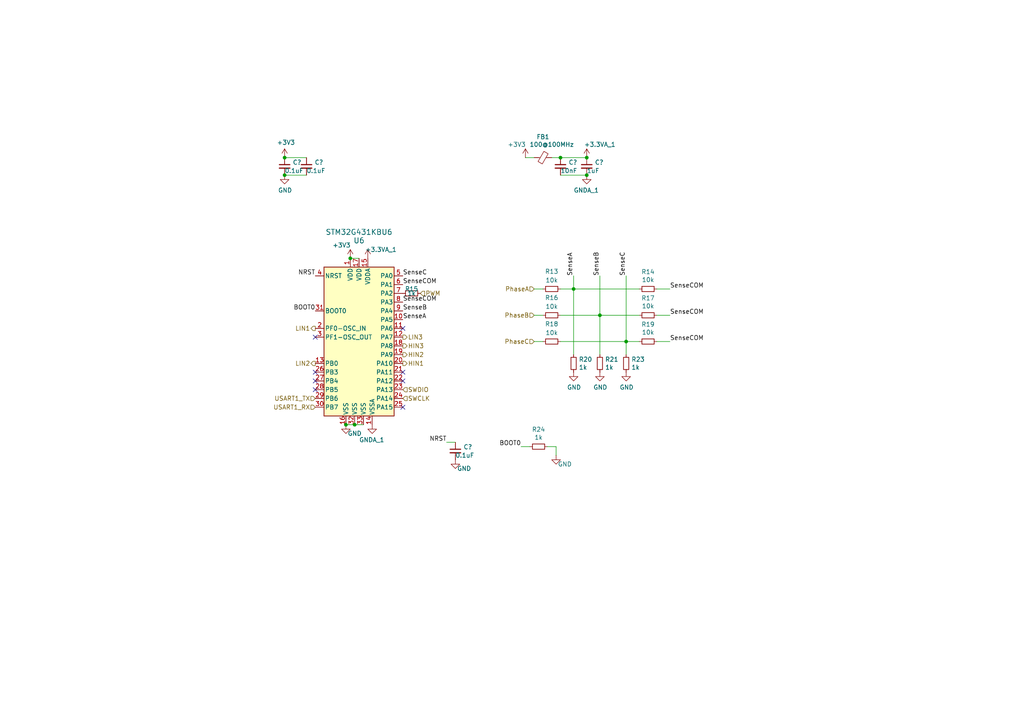
<source format=kicad_sch>
(kicad_sch (version 20250114) (generator "eeschema") (generator_version "9.0")
  (paper "A4")
  (lib_symbols
    (symbol "Device:C_Small" (pin_numbers (hide yes)) (pin_names (offset 0.254) (hide yes))
      (property "Reference" "C" (at 0.254 1.778 0))
      (property "Value" "C_Small" (at 0.254 -2.032 0))
      (symbol "C_Small_0_1"
        (polyline (pts (xy -1.524 0.508) (xy 1.524 0.508)) (stroke (width 0.3048)))
        (polyline (pts (xy -1.524 -0.508) (xy 1.524 -0.508)) (stroke (width 0.3302)))
      )
      (symbol "C_Small_1_1"
        (pin passive line (at 0 2.54 270) (length 2.032) (name "~") (number "1"))
        (pin passive line (at 0 -2.54 90) (length 2.032) (name "~") (number "2"))
      )
    )
    (symbol "Device:Ferrite_Bead_Small" (pin_numbers (hide yes)) (pin_names (offset 0))
      (property "Reference" "FB" (at 1.905 1.27 0))
      (property "Value" "Device_Ferrite_Bead_Small" (at 1.905 -1.27 0))
      (symbol "Ferrite_Bead_Small_0_1"
        (polyline (pts (xy -1.8288 0.2794) (xy -1.1176 1.4986) (xy 1.8288 -0.2032) (xy 1.1176 -1.4224) (xy -1.8288 0.2794)))
        (polyline (pts (xy 0 0.889) (xy 0 1.2954)))
        (polyline (pts (xy 0 -1.27) (xy 0 -0.7874)))
      )
      (symbol "Ferrite_Bead_Small_1_1"
        (pin passive line (at 0 2.54 270) (length 1.27) (name "~") (number "1"))
        (pin passive line (at 0 -2.54 90) (length 1.27) (name "~") (number "2"))
      )
    )
    (symbol "Device:R_Small" (pin_numbers (hide yes)) (pin_names (offset 0.254) (hide yes))
      (property "Reference" "R" (at 0 0 90))
      (property "Value" "R_Small" (at 1.778 0 90))
      (symbol "R_Small_0_1"
        (rectangle (start -0.762 1.778) (end 0.762 -1.778) (stroke (width 0.2032)))
      )
      (symbol "R_Small_1_1"
        (pin passive line (at 0 2.54 270) (length 0.762) (name "~") (number "1"))
        (pin passive line (at 0 -2.54 90) (length 0.762) (name "~") (number "2"))
      )
    )
    (symbol "MCU_ST_STM32G4:STM32G431KBU6" (pin_names (offset 0.254))
      (property "Reference" "U" (at -8.89 22.86 0))
      (property "Value" "MCU_ST_STM32G4_STM32G431KBU6" (at 12.7 22.86 0))
      (symbol "STM32G431KBU6_1_1"
        (rectangle (start -10.16 -21.59) (end 10.16 21.59) (stroke (width 0.254)) (fill (type background)))
        (pin input line (at -12.7 19.05 0) (length 2.54) (name "NRST") (number "4"))
        (pin bidirectional line (at -12.7 8.89 0) (length 2.54) (name "BOOT0") (number "31"))
        (pin bidirectional line (at -12.7 3.81 0) (length 2.54) (name "PF0-OSC_IN") (number "2"))
        (pin bidirectional line (at -12.7 1.27 0) (length 2.54) (name "PF1-OSC_OUT") (number "3"))
        (pin bidirectional line (at -12.7 -6.35 0) (length 2.54) (name "PB0") (number "13"))
        (pin bidirectional line (at -12.7 -8.89 0) (length 2.54) (name "PB3") (number "26"))
        (pin bidirectional line (at -12.7 -11.43 0) (length 2.54) (name "PB4") (number "27"))
        (pin bidirectional line (at -12.7 -13.97 0) (length 2.54) (name "PB5") (number "28"))
        (pin bidirectional line (at -12.7 -16.51 0) (length 2.54) (name "PB6") (number "29"))
        (pin bidirectional line (at -12.7 -19.05 0) (length 2.54) (name "PB7") (number "30"))
        (pin power_in line (at -3.81 -24.13 90) (length 2.54) (name "VSS") (number "16"))
        (pin power_in line (at -2.54 24.13 270) (length 2.54) (name "VDD") (number "1"))
        (pin power_in line (at -1.27 -24.13 90) (length 2.54) (name "VSS") (number "32"))
        (pin power_in line (at 0 24.13 270) (length 2.54) (name "VDD") (number "17"))
        (pin power_in line (at 1.27 -24.13 90) (length 2.54) (name "VSS") (number "33"))
        (pin power_in line (at 2.54 24.13 270) (length 2.54) (name "VDDA") (number "15"))
        (pin power_in line (at 3.81 -24.13 90) (length 2.54) (name "VSSA") (number "14"))
        (pin bidirectional line (at 12.7 19.05 180) (length 2.54) (name "PA0") (number "5"))
        (pin bidirectional line (at 12.7 16.51 180) (length 2.54) (name "PA1") (number "6"))
        (pin bidirectional line (at 12.7 13.97 180) (length 2.54) (name "PA2") (number "7"))
        (pin bidirectional line (at 12.7 11.43 180) (length 2.54) (name "PA3") (number "8"))
        (pin bidirectional line (at 12.7 8.89 180) (length 2.54) (name "PA4") (number "9"))
        (pin bidirectional line (at 12.7 6.35 180) (length 2.54) (name "PA5") (number "10"))
        (pin bidirectional line (at 12.7 3.81 180) (length 2.54) (name "PA6") (number "11"))
        (pin bidirectional line (at 12.7 1.27 180) (length 2.54) (name "PA7") (number "12"))
        (pin bidirectional line (at 12.7 -1.27 180) (length 2.54) (name "PA8") (number "18"))
        (pin bidirectional line (at 12.7 -3.81 180) (length 2.54) (name "PA9") (number "19"))
        (pin bidirectional line (at 12.7 -6.35 180) (length 2.54) (name "PA10") (number "20"))
        (pin bidirectional line (at 12.7 -8.89 180) (length 2.54) (name "PA11") (number "21"))
        (pin bidirectional line (at 12.7 -11.43 180) (length 2.54) (name "PA12") (number "22"))
        (pin bidirectional line (at 12.7 -13.97 180) (length 2.54) (name "PA13") (number "23"))
        (pin bidirectional line (at 12.7 -16.51 180) (length 2.54) (name "PA14") (number "24"))
        (pin bidirectional line (at 12.7 -19.05 180) (length 2.54) (name "PA15") (number "25"))
      )
    )
    (symbol "power:+3V3" (power) (pin_numbers (hide yes)) (pin_names (offset 0) (hide yes))
      (property "Value" "+3V3" (at 0 3.556 0))
      (symbol "+3V3_0_1"
        (polyline (pts (xy -0.762 1.27) (xy 0 2.54)))
        (polyline (pts (xy 0 2.54) (xy 0.762 1.27)))
        (polyline (pts (xy 0 0) (xy 0 2.54)))
      )
      (symbol "+3V3_1_1"
        (pin power_in line (at 0 0 90) (length 0) (name "~") (number "1"))
      )
    )
    (symbol "power:+3V3A_1" (power) (pin_names (offset 1.016))
      (property "Value" "power_+3V3A_1" (at 0 3.81 0))
      (symbol "+3V3A_1_1_1"
        (polyline (pts (xy -0.762 1.27) (xy 0 2.54)))
        (polyline (pts (xy 0 2.54) (xy 0.762 1.27)))
        (polyline (pts (xy 0 0) (xy 0 2.54)))
        (pin power_in line (at 0 0 90) (length 0) (hide yes) (name "+3.3VA_1") (number "1"))
      )
    )
    (symbol "power:GND" (power) (pin_numbers (hide yes)) (pin_names (offset 0) (hide yes))
      (property "Value" "GND" (at 0 -3.81 0))
      (symbol "GND_0_1"
        (polyline (pts (xy 0 0) (xy 0 -1.27) (xy 1.27 -1.27) (xy 0 -2.54) (xy -1.27 -1.27) (xy 0 -1.27)))
      )
      (symbol "GND_1_1"
        (pin power_in line (at 0 0 270) (length 0) (name "~") (number "1"))
      )
    )
    (symbol "power:GNDA_1" (power) (pin_names (offset 1.016))
      (property "Value" "power_GNDA_1" (at 0 -3.81 0))
      (symbol "GNDA_1_1_1"
        (polyline (pts (xy 0 0) (xy 0 -1.27) (xy 1.27 -1.27) (xy 0 -2.54) (xy -1.27 -1.27) (xy 0 -1.27)))
        (pin power_in line (at 0 0 270) (length 0) (hide yes) (name "GNDA_1") (number "1"))
      )
    )
  )
  (junction (at 100.33 123.19))
  (junction (at 82.55 50.8))
  (junction (at 82.55 45.72))
  (junction (at 162.56 45.72))
  (junction (at 173.99 91.44))
  (junction (at 166.37 83.82))
  (junction (at 170.18 45.72))
  (junction (at 170.18 50.8))
  (junction (at 181.61 99.06))
  (junction (at 101.6 74.93))
  (junction (at 102.87 123.19))
  (no_connect (at 116.84 118.11))
  (no_connect (at 116.84 110.49))
  (no_connect (at 91.44 97.79))
  (no_connect (at 116.84 95.25))
  (no_connect (at 91.44 113.03))
  (no_connect (at 116.84 107.95))
  (no_connect (at 91.44 107.95))
  (no_connect (at 91.44 110.49))
  (wire (pts (xy 173.99 91.44) (xy 173.99 102.87)))
  (wire (pts (xy 162.56 99.06) (xy 181.61 99.06)))
  (wire (pts (xy 181.61 102.87) (xy 181.61 99.06)))
  (wire (pts (xy 166.37 80.01) (xy 166.37 83.82)))
  (wire (pts (xy 154.94 99.06) (xy 157.48 99.06)))
  (wire (pts (xy 181.61 99.06) (xy 181.61 80.01)))
  (wire (pts (xy 173.99 91.44) (xy 185.42 91.44)))
  (wire (pts (xy 160.02 45.72) (xy 162.56 45.72)))
  (wire (pts (xy 185.42 83.82) (xy 166.37 83.82)))
  (wire (pts (xy 102.87 123.19) (xy 105.41 123.19)))
  (wire (pts (xy 173.99 80.01) (xy 173.99 91.44)))
  (wire (pts (xy 190.5 91.44) (xy 194.31 91.44)))
  (wire (pts (xy 101.6 74.93) (xy 104.14 74.93)))
  (wire (pts (xy 152.4 45.72) (xy 154.94 45.72)))
  (wire (pts (xy 102.87 123.19) (xy 100.33 123.19)))
  (wire (pts (xy 154.94 83.82) (xy 157.48 83.82)))
  (wire (pts (xy 162.56 83.82) (xy 166.37 83.82)))
  (wire (pts (xy 129.54 128.27) (xy 132.08 128.27)))
  (wire (pts (xy 82.55 50.8) (xy 88.9 50.8)))
  (wire (pts (xy 173.99 91.44) (xy 162.56 91.44)))
  (wire (pts (xy 162.56 50.8) (xy 170.18 50.8)))
  (wire (pts (xy 153.67 129.54) (xy 151.13 129.54)))
  (wire (pts (xy 185.42 99.06) (xy 181.61 99.06)))
  (wire (pts (xy 190.5 83.82) (xy 194.31 83.82)))
  (wire (pts (xy 162.56 45.72) (xy 170.18 45.72)))
  (wire (pts (xy 194.31 99.06) (xy 190.5 99.06)))
  (wire (pts (xy 161.29 129.54) (xy 158.75 129.54)))
  (wire (pts (xy 154.94 91.44) (xy 157.48 91.44)))
  (wire (pts (xy 82.55 45.72) (xy 88.9 45.72)))
  (wire (pts (xy 161.29 132.08) (xy 161.29 129.54)))
  (wire (pts (xy 166.37 83.82) (xy 166.37 102.87)))
  (label "SenseCOM" (at 116.84 82.55 0))
  (label "BOOT0" (at 151.13 129.54 180))
  (label "SenseCOM" (at 116.84 87.63 0))
  (label "SenseA" (at 116.84 92.71 0))
  (label "SenseB" (at 173.99 80.01 90))
  (label "NRST" (at 129.54 128.27 180))
  (label "SenseB" (at 116.84 90.17 0))
  (label "NRST" (at 91.44 80.01 180))
  (label "SenseCOM" (at 194.31 83.82 0))
  (label "SenseA" (at 166.37 80.01 90))
  (label "SenseC" (at 181.61 80.01 90))
  (label "SenseCOM" (at 194.31 91.44 0))
  (label "SenseC" (at 116.84 80.01 0))
  (label "BOOT0" (at 91.44 90.17 180))
  (label "SenseCOM" (at 194.31 99.06 0))
  (hierarchical_label "PWM" (shape input) (at 121.92 85.09 0))
  (hierarchical_label "PhaseB" (shape input) (at 154.94 91.44 180))
  (hierarchical_label "LIN2" (shape output) (at 91.44 105.41 180))
  (hierarchical_label "USART1_TX" (shape input) (at 91.44 115.57 180))
  (hierarchical_label "PhaseC" (shape input) (at 154.94 99.06 180))
  (hierarchical_label "LIN3" (shape output) (at 116.84 97.79 0))
  (hierarchical_label "SWDIO" (shape input) (at 116.84 113.03 0))
  (hierarchical_label "LIN1" (shape output) (at 91.44 95.25 180))
  (hierarchical_label "HIN2" (shape output) (at 116.84 102.87 0))
  (hierarchical_label "USART1_RX" (shape input) (at 91.44 118.11 180))
  (hierarchical_label "SWCLK" (shape input) (at 116.84 115.57 0))
  (hierarchical_label "HIN1" (shape output) (at 116.84 105.41 0))
  (hierarchical_label "PhaseA" (shape input) (at 154.94 83.82 180))
  (hierarchical_label "HIN3" (shape output) (at 116.84 100.33 0))
  (symbol (lib_id "power:+3V3") (at 101.6 74.93 0) (unit 1)
    (property "Reference" "#PWR0151" (effects (hide yes)))
    (property "Value" "+3V3" (at 99.06 71.12 0))
    (instances (project "" (path "" (reference "#PWR0151") (unit 1)) (path "" (reference "#PWR0199") (unit 1))))
  )
  (symbol (lib_id "Device:C_Small") (at 82.55 48.26 0) (unit 1)
    (property "Reference" "C13" (at 84.8868 47.0916 0) (effects (justify left)))
    (property "Value" "0.1uF" (at 82.55 49.53 0) (effects (justify left)))
    (property "Footprint" "Capacitor_SMD:C_0402_1005Metric" (effects (hide yes)))
    (instances (project "" (path "" (reference "C?") (unit 1)) (path "" (reference "C13") (unit 1)) (path "" (reference "C47") (unit 1))))
  )
  (symbol (lib_id "Device:R_Small") (at 160.02 91.44 270) (unit 1)
    (property "Reference" "R16" (at 160.02 86.36 90))
    (property "Value" "10k" (at 160.02 88.9 90))
    (property "Footprint" "Resistor_SMD:R_0402_1005Metric" (effects (hide yes)))
    (instances (project "" (path "" (reference "R16") (unit 1)) (path "" (reference "R64") (unit 1))))
  )
  (symbol (lib_id "Device:R_Small") (at 160.02 99.06 270) (unit 1)
    (property "Reference" "R18" (at 160.02 93.98 90))
    (property "Value" "10k" (at 160.02 96.52 90))
    (property "Footprint" "Resistor_SMD:R_0402_1005Metric" (effects (hide yes)))
    (instances (project "" (path "" (reference "R18") (unit 1)) (path "" (reference "R66") (unit 1))))
  )
  (symbol (lib_id "Device:R_Small") (at 173.99 105.41 180) (unit 1)
    (property "Reference" "R21" (at 175.4886 104.2416 0) (effects (justify right)))
    (property "Value" "1k" (at 175.4886 106.553 0) (effects (justify right)))
    (property "Footprint" "Resistor_SMD:R_0402_1005Metric" (effects (hide yes)))
    (instances (project "" (path "" (reference "R21") (unit 1)) (path "" (reference "R69") (unit 1))))
  )
  (symbol (lib_id "Device:R_Small") (at 181.61 105.41 180) (unit 1)
    (property "Reference" "R23" (at 183.1086 104.2416 0) (effects (justify right)))
    (property "Value" "1k" (at 183.1086 106.553 0) (effects (justify right)))
    (property "Footprint" "Resistor_SMD:R_0402_1005Metric" (effects (hide yes)))
    (instances (project "" (path "" (reference "R23") (unit 1)) (path "" (reference "R70") (unit 1))))
  )
  (symbol (lib_id "Device:R_Small") (at 187.96 91.44 90) (unit 1)
    (property "Reference" "R17" (at 187.96 86.4616 90))
    (property "Value" "10k" (at 187.96 88.773 90))
    (property "Footprint" "Resistor_SMD:R_0402_1005Metric" (effects (hide yes)))
    (instances (project "" (path "" (reference "R17") (unit 1)) (path "" (reference "R65") (unit 1))))
  )
  (symbol (lib_id "Device:R_Small") (at 187.96 99.06 90) (unit 1)
    (property "Reference" "R19" (at 187.96 94.0816 90))
    (property "Value" "10k" (at 187.96 96.393 90))
    (property "Footprint" "Resistor_SMD:R_0402_1005Metric" (effects (hide yes)))
    (instances (project "" (path "" (reference "R19") (unit 1)) (path "" (reference "R67") (unit 1))))
  )
  (symbol (lib_id "power:GND") (at 173.99 107.95 0) (unit 1)
    (property "Reference" "#PWR0157" (effects (hide yes)))
    (property "Value" "GND" (at 174.117 112.3442 0))
    (instances (project "" (path "" (reference "#PWR?") (unit 1)) (path "" (reference "#PWR0157") (unit 1)) (path "" (reference "#PWR0209") (unit 1))))
  )
  (symbol (lib_id "power:GND") (at 132.08 133.35 0) (unit 1)
    (property "Reference" "#PWR0159" (effects (hide yes)))
    (property "Value" "GND" (at 134.62 135.89 0))
    (instances (project "" (path "" (reference "#PWR0159") (unit 1)) (path "" (reference "#PWR0211") (unit 1))))
  )
  (symbol (lib_id "Device:R_Small") (at 156.21 129.54 90) (unit 1)
    (property "Reference" "R24" (at 156.21 124.5616 90))
    (property "Value" "1k" (at 156.21 126.873 90))
    (property "Footprint" "Resistor_SMD:R_0402_1005Metric" (effects (hide yes)))
    (instances (project "" (path "" (reference "R24") (unit 1)) (path "" (reference "R71") (unit 1))))
  )
  (symbol (lib_id "power:GND") (at 161.29 132.08 0) (unit 1)
    (property "Reference" "#PWR0160" (effects (hide yes)))
    (property "Value" "GND" (at 163.83 134.62 0))
    (instances (project "" (path "" (reference "#PWR0160") (unit 1)) (path "" (reference "#PWR0212") (unit 1))))
  )
  (symbol (lib_id "Device:R_Small") (at 119.38 85.09 90) (unit 1)
    (property "Reference" "R15" (at 119.38 83.82 90))
    (property "Value" "1k" (at 119.38 85.09 90))
    (property "Footprint" "Resistor_SMD:R_0402_1005Metric" (effects (hide yes)))
    (instances (project "" (path "" (reference "R15") (unit 1)) (path "" (reference "R63") (unit 1))))
  )
  (symbol (lib_id "Device:C_Small") (at 132.08 130.81 0) (unit 1)
    (property "Reference" "C15" (at 134.4168 129.6416 0) (effects (justify left)))
    (property "Value" "0.1uF" (at 132.08 132.08 0) (effects (justify left)))
    (property "Footprint" "Capacitor_SMD:C_0402_1005Metric" (effects (hide yes)))
    (instances (project "" (path "" (reference "C?") (unit 1)) (path "" (reference "C15") (unit 1)) (path "" (reference "C49") (unit 1))))
  )
  (symbol (lib_id "power:GND") (at 100.33 123.19 0) (unit 1)
    (property "Reference" "#PWR0152" (effects (hide yes)))
    (property "Value" "GND" (at 102.87 125.73 0))
    (instances (project "" (path "" (reference "#PWR0152") (unit 1)) (path "" (reference "#PWR0205") (unit 1))))
  )
  (symbol (lib_id "power:+3V3") (at 82.55 45.72 0) (unit 1)
    (property "Reference" "#PWR0153" (effects (hide yes)))
    (property "Value" "+3V3" (at 82.931 41.3258 0))
    (instances (project "" (path "" (reference "#PWR?") (unit 1)) (path "" (reference "#PWR0153") (unit 1)) (path "" (reference "#PWR0206") (unit 1))))
  )
  (symbol (lib_id "power:GND") (at 82.55 50.8 0) (unit 1)
    (property "Reference" "#PWR0154" (effects (hide yes)))
    (property "Value" "GND" (at 82.677 55.1942 0))
    (instances (project "" (path "" (reference "#PWR?") (unit 1)) (path "" (reference "#PWR0154") (unit 1)) (path "" (reference "#PWR0207") (unit 1))))
  )
  (symbol (lib_id "Device:C_Small") (at 162.56 48.26 0) (unit 1)
    (property "Reference" "C11" (at 164.8968 47.0916 0) (effects (justify left)))
    (property "Value" "10nF" (at 162.56 49.53 0) (effects (justify left)))
    (property "Footprint" "Capacitor_SMD:C_0402_1005Metric" (effects (hide yes)))
    (instances (project "" (path "" (reference "C?") (unit 1)) (path "" (reference "C11") (unit 1)) (path "" (reference "C45") (unit 1))))
  )
  (symbol (lib_id "Device:C_Small") (at 88.9 48.26 0) (unit 1)
    (property "Reference" "C14" (at 91.2368 47.0916 0) (effects (justify left)))
    (property "Value" "0.1uF" (at 88.9 49.53 0) (effects (justify left)))
    (property "Footprint" "Capacitor_SMD:C_0402_1005Metric" (effects (hide yes)))
    (instances (project "" (path "" (reference "C?") (unit 1)) (path "" (reference "C14") (unit 1)) (path "" (reference "C48") (unit 1))))
  )
  (symbol (lib_id "Device:R_Small") (at 160.02 83.82 270) (unit 1)
    (property "Reference" "R13" (at 160.02 78.74 90))
    (property "Value" "10k" (at 160.02 81.28 90))
    (property "Footprint" "Resistor_SMD:R_0402_1005Metric" (effects (hide yes)))
    (instances (project "" (path "" (reference "R13") (unit 1)) (path "" (reference "R61") (unit 1))))
  )
  (symbol (lib_id "Device:R_Small") (at 166.37 105.41 180) (unit 1)
    (property "Reference" "R20" (at 167.8686 104.2416 0) (effects (justify right)))
    (property "Value" "1k" (at 167.8686 106.553 0) (effects (justify right)))
    (property "Footprint" "Resistor_SMD:R_0402_1005Metric" (effects (hide yes)))
    (instances (project "" (path "" (reference "R20") (unit 1)) (path "" (reference "R68") (unit 1))))
  )
  (symbol (lib_id "power:GND") (at 166.37 107.95 0) (unit 1)
    (property "Reference" "#PWR0155" (effects (hide yes)))
    (property "Value" "GND" (at 166.497 112.3442 0))
    (instances (project "" (path "" (reference "#PWR?") (unit 1)) (path "" (reference "#PWR0155") (unit 1)) (path "" (reference "#PWR0208") (unit 1))))
  )
  (symbol (lib_id "Device:R_Small") (at 187.96 83.82 90) (unit 1)
    (property "Reference" "R14" (at 187.96 78.8416 90))
    (property "Value" "10k" (at 187.96 81.153 90))
    (property "Footprint" "Resistor_SMD:R_0402_1005Metric" (effects (hide yes)))
    (instances (project "" (path "" (reference "R14") (unit 1)) (path "" (reference "R62") (unit 1))))
  )
  (symbol (lib_id "power:GND") (at 181.61 107.95 0) (unit 1)
    (property "Reference" "#PWR0158" (effects (hide yes)))
    (property "Value" "GND" (at 181.737 112.3442 0))
    (instances (project "" (path "" (reference "#PWR?") (unit 1)) (path "" (reference "#PWR0158") (unit 1)) (path "" (reference "#PWR0210") (unit 1))))
  )
  (symbol (lib_id "power:+3V3") (at 152.4 45.72 0) (unit 1)
    (property "Reference" "#PWR0161" (effects (hide yes)))
    (property "Value" "+3V3" (at 149.86 41.91 0))
    (instances (project "" (path "" (reference "#PWR0161") (unit 1)) (path "" (reference "#PWR0213") (unit 1))))
  )
  (symbol (lib_id "Device:C_Small") (at 170.18 48.26 0) (unit 1)
    (property "Reference" "C12" (at 172.5168 47.0916 0) (effects (justify left)))
    (property "Value" "1uF" (at 170.18 49.53 0) (effects (justify left)))
    (property "Footprint" "Capacitor_SMD:C_0402_1005Metric" (effects (hide yes)))
    (instances (project "" (path "" (reference "C?") (unit 1)) (path "" (reference "C12") (unit 1)) (path "" (reference "C46") (unit 1))))
  )
  (symbol (lib_id "Device:Ferrite_Bead_Small") (at 157.48 45.72 270) (unit 1)
    (property "Reference" "FB1" (at 157.48 39.7002 90))
    (property "Value" "100@100MHz" (at 160.02 41.91 90))
    (property "Footprint" "Inductor_SMD:L_0603_1608Metric" (effects (hide yes)))
    (instances (project "" (path "" (reference "FB1") (unit 1)) (path "" (reference "FB4") (unit 1))))
  )
  (symbol (lib_id "power:+3V3A_1") (at 106.68 74.93 0) (unit 1)
    (property "Reference" "#PWR0165" (effects (hide yes)))
    (property "Value" "+3.3VA_1" (at 110.49 72.39 0))
    (instances (project "" (path "" (reference "#PWR0165") (unit 1)) (path "" (reference "#PWR0220") (unit 1))))
  )
  (symbol (lib_id "power:+3V3A_1") (at 170.18 45.72 0) (unit 1)
    (property "Reference" "#PWR0166" (effects (hide yes)))
    (property "Value" "+3.3VA_1" (at 173.99 41.91 0))
    (instances (project "" (path "" (reference "#PWR0166") (unit 1)) (path "" (reference "#PWR0221") (unit 1))))
  )
  (symbol (lib_id "MCU_ST_STM32G4:STM32G431KBU6") (at 104.14 99.06 0) (unit 1)
    (property "Reference" "U6" (at 104.14 69.7738 0) (effects (font (size 1.524 1.524))))
    (property "Value" "STM32G431KBU6" (at 104.14 67.31 0) (effects (font (size 1.524 1.524))))
    (property "Footprint" "Package_DFN_QFN:QFN-32-1EP_5x5mm_P0.5mm_EP3.45x3.45mm_STM32" (effects (hide yes)))
  )
  (symbol (lib_id "power:GNDA_1") (at 170.18 50.8 0) (unit 1)
    (property "Reference" "#PWR0147" (effects (hide yes)))
    (property "Value" "GNDA_1" (at 170.053 55.1942 0))
  )
  (symbol (lib_id "power:GNDA_1") (at 107.95 123.19 0) (unit 1)
    (property "Reference" "#PWR0163" (effects (hide yes)))
    (property "Value" "GNDA_1" (at 107.823 127.5842 0))
  )
)
</source>
